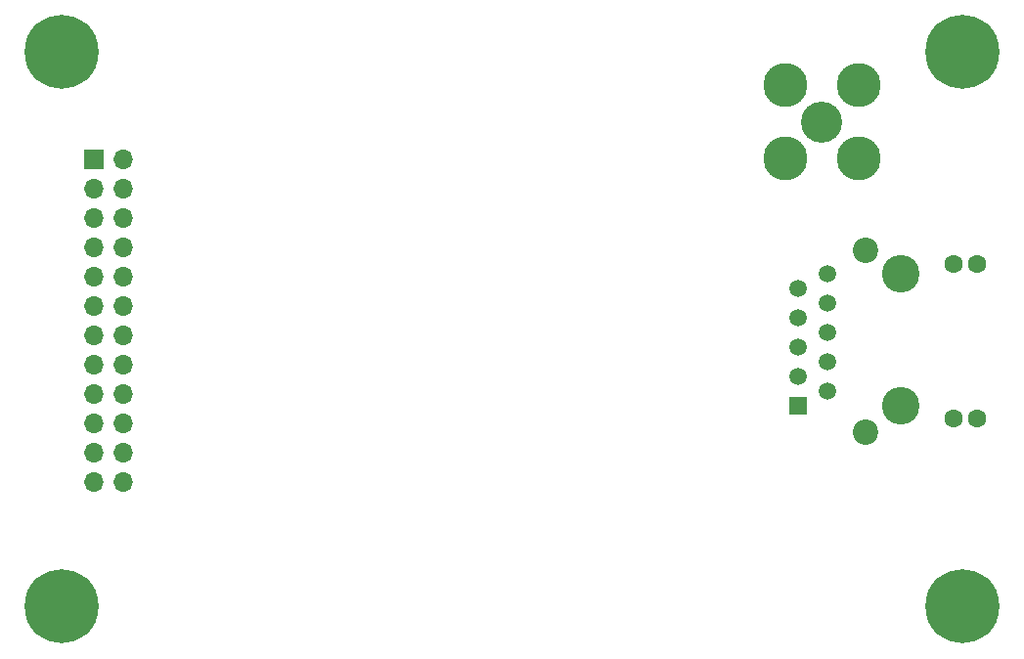
<source format=gbs>
G04 #@! TF.GenerationSoftware,KiCad,Pcbnew,(5.1.12)-1*
G04 #@! TF.CreationDate,2021-12-16T18:47:01+01:00*
G04 #@! TF.ProjectId,eth_phy_KSZ8041MLL_poe,6574685f-7068-4795-9f4b-535a38303431,rev?*
G04 #@! TF.SameCoordinates,Original*
G04 #@! TF.FileFunction,Soldermask,Bot*
G04 #@! TF.FilePolarity,Negative*
%FSLAX46Y46*%
G04 Gerber Fmt 4.6, Leading zero omitted, Abs format (unit mm)*
G04 Created by KiCad (PCBNEW (5.1.12)-1) date 2021-12-16 18:47:01*
%MOMM*%
%LPD*%
G01*
G04 APERTURE LIST*
%ADD10C,1.600000*%
%ADD11R,1.500000X1.500000*%
%ADD12C,1.500000*%
%ADD13C,2.200000*%
%ADD14C,3.250000*%
%ADD15R,1.700000X1.700000*%
%ADD16O,1.700000X1.700000*%
%ADD17C,3.810000*%
%ADD18C,3.556000*%
%ADD19C,0.800000*%
%ADD20C,6.400000*%
G04 APERTURE END LIST*
D10*
X191260000Y-75316000D03*
X193290000Y-75316000D03*
X191260000Y-88766000D03*
D11*
X177800000Y-87630000D03*
D12*
X177800000Y-85090000D03*
X177800000Y-82550000D03*
X177800000Y-80010000D03*
X177800000Y-77470000D03*
X180340000Y-86360000D03*
X180340000Y-83820000D03*
X180340000Y-81280000D03*
X180340000Y-78740000D03*
D13*
X183642000Y-89916000D03*
D14*
X186690000Y-87630000D03*
X186690000Y-76200000D03*
D13*
X183640000Y-74170000D03*
D10*
X193290000Y-88766000D03*
D12*
X180340000Y-76200000D03*
D15*
X116840000Y-66294000D03*
D16*
X119380000Y-66294000D03*
X116840000Y-68834000D03*
X119380000Y-68834000D03*
X116840000Y-71374000D03*
X119380000Y-71374000D03*
X116840000Y-73914000D03*
X119380000Y-73914000D03*
X116840000Y-76454000D03*
X119380000Y-76454000D03*
X116840000Y-78994000D03*
X119380000Y-78994000D03*
X116840000Y-81534000D03*
X119380000Y-81534000D03*
X116840000Y-84074000D03*
X119380000Y-84074000D03*
X116840000Y-86614000D03*
X119380000Y-86614000D03*
X116840000Y-89154000D03*
X119380000Y-89154000D03*
X116840000Y-91694000D03*
X119380000Y-91694000D03*
X116840000Y-94234000D03*
X119380000Y-94234000D03*
D17*
X176657000Y-59867800D03*
D18*
X179832000Y-63042800D03*
D17*
X183007000Y-59867800D03*
X176657000Y-66217800D03*
X183007000Y-66217800D03*
D19*
X193697056Y-55302944D03*
X192000000Y-54600000D03*
X190302944Y-55302944D03*
X189600000Y-57000000D03*
X190302944Y-58697056D03*
X192000000Y-59400000D03*
X193697056Y-58697056D03*
X194400000Y-57000000D03*
D20*
X192000000Y-57000000D03*
X114000000Y-105000000D03*
D19*
X116400000Y-105000000D03*
X115697056Y-106697056D03*
X114000000Y-107400000D03*
X112302944Y-106697056D03*
X111600000Y-105000000D03*
X112302944Y-103302944D03*
X114000000Y-102600000D03*
X115697056Y-103302944D03*
X193697056Y-103302944D03*
X192000000Y-102600000D03*
X190302944Y-103302944D03*
X189600000Y-105000000D03*
X190302944Y-106697056D03*
X192000000Y-107400000D03*
X193697056Y-106697056D03*
X194400000Y-105000000D03*
D20*
X192000000Y-105000000D03*
X114000000Y-57000000D03*
D19*
X116400000Y-57000000D03*
X115697056Y-58697056D03*
X114000000Y-59400000D03*
X112302944Y-58697056D03*
X111600000Y-57000000D03*
X112302944Y-55302944D03*
X114000000Y-54600000D03*
X115697056Y-55302944D03*
M02*

</source>
